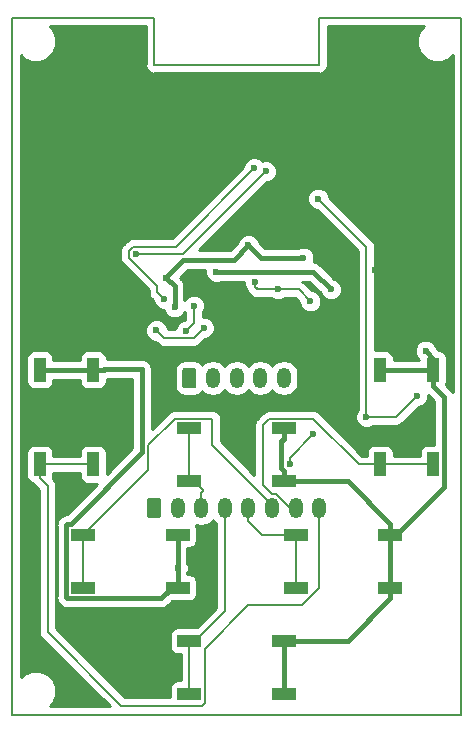
<source format=gbr>
G04 #@! TF.GenerationSoftware,KiCad,Pcbnew,(5.0.2)-1*
G04 #@! TF.CreationDate,2019-04-29T20:54:11+02:00*
G04 #@! TF.ProjectId,TaggerKeypadDisplay,54616767-6572-44b6-9579-706164446973,rev?*
G04 #@! TF.SameCoordinates,Original*
G04 #@! TF.FileFunction,Copper,L2,Bot*
G04 #@! TF.FilePolarity,Positive*
%FSLAX46Y46*%
G04 Gerber Fmt 4.6, Leading zero omitted, Abs format (unit mm)*
G04 Created by KiCad (PCBNEW (5.0.2)-1) date 29.04.2019 20:54:11*
%MOMM*%
%LPD*%
G01*
G04 APERTURE LIST*
G04 #@! TA.AperFunction,NonConductor*
%ADD10C,0.150000*%
G04 #@! TD*
G04 #@! TA.AperFunction,Conductor*
%ADD11C,0.100000*%
G04 #@! TD*
G04 #@! TA.AperFunction,ComponentPad*
%ADD12C,1.200000*%
G04 #@! TD*
G04 #@! TA.AperFunction,ComponentPad*
%ADD13O,1.200000X1.750000*%
G04 #@! TD*
G04 #@! TA.AperFunction,SMDPad,CuDef*
%ADD14R,2.000000X1.000000*%
G04 #@! TD*
G04 #@! TA.AperFunction,SMDPad,CuDef*
%ADD15R,1.000000X2.000000*%
G04 #@! TD*
G04 #@! TA.AperFunction,ViaPad*
%ADD16C,0.600000*%
G04 #@! TD*
G04 #@! TA.AperFunction,Conductor*
%ADD17C,0.400000*%
G04 #@! TD*
G04 #@! TA.AperFunction,Conductor*
%ADD18C,0.200000*%
G04 #@! TD*
G04 #@! TA.AperFunction,Conductor*
%ADD19C,0.254000*%
G04 #@! TD*
G04 APERTURE END LIST*
D10*
X68000000Y-30000000D02*
X56000000Y-30000000D01*
X68000000Y-89000000D02*
X68000000Y-30000000D01*
X30000000Y-89000000D02*
X68000000Y-89000000D01*
X30000000Y-30000000D02*
X30000000Y-89000000D01*
X42000000Y-30000000D02*
X30000000Y-30000000D01*
X42000000Y-34000000D02*
X42000000Y-30000000D01*
X56000000Y-34000000D02*
X42000000Y-34000000D01*
X56000000Y-30000000D02*
X56000000Y-34000000D01*
D11*
G04 #@! TO.N,+5V*
G04 #@! TO.C,J1*
G36*
X42374505Y-70626204D02*
X42398773Y-70629804D01*
X42422572Y-70635765D01*
X42445671Y-70644030D01*
X42467850Y-70654520D01*
X42488893Y-70667132D01*
X42508599Y-70681747D01*
X42526777Y-70698223D01*
X42543253Y-70716401D01*
X42557868Y-70736107D01*
X42570480Y-70757150D01*
X42580970Y-70779329D01*
X42589235Y-70802428D01*
X42595196Y-70826227D01*
X42598796Y-70850495D01*
X42600000Y-70874999D01*
X42600000Y-72125001D01*
X42598796Y-72149505D01*
X42595196Y-72173773D01*
X42589235Y-72197572D01*
X42580970Y-72220671D01*
X42570480Y-72242850D01*
X42557868Y-72263893D01*
X42543253Y-72283599D01*
X42526777Y-72301777D01*
X42508599Y-72318253D01*
X42488893Y-72332868D01*
X42467850Y-72345480D01*
X42445671Y-72355970D01*
X42422572Y-72364235D01*
X42398773Y-72370196D01*
X42374505Y-72373796D01*
X42350001Y-72375000D01*
X41649999Y-72375000D01*
X41625495Y-72373796D01*
X41601227Y-72370196D01*
X41577428Y-72364235D01*
X41554329Y-72355970D01*
X41532150Y-72345480D01*
X41511107Y-72332868D01*
X41491401Y-72318253D01*
X41473223Y-72301777D01*
X41456747Y-72283599D01*
X41442132Y-72263893D01*
X41429520Y-72242850D01*
X41419030Y-72220671D01*
X41410765Y-72197572D01*
X41404804Y-72173773D01*
X41401204Y-72149505D01*
X41400000Y-72125001D01*
X41400000Y-70874999D01*
X41401204Y-70850495D01*
X41404804Y-70826227D01*
X41410765Y-70802428D01*
X41419030Y-70779329D01*
X41429520Y-70757150D01*
X41442132Y-70736107D01*
X41456747Y-70716401D01*
X41473223Y-70698223D01*
X41491401Y-70681747D01*
X41511107Y-70667132D01*
X41532150Y-70654520D01*
X41554329Y-70644030D01*
X41577428Y-70635765D01*
X41601227Y-70629804D01*
X41625495Y-70626204D01*
X41649999Y-70625000D01*
X42350001Y-70625000D01*
X42374505Y-70626204D01*
X42374505Y-70626204D01*
G37*
D12*
G04 #@! TD*
G04 #@! TO.P,J1,1*
G04 #@! TO.N,+5V*
X42000000Y-71500000D03*
D13*
G04 #@! TO.P,J1,2*
G04 #@! TO.N,GND*
X44000000Y-71500000D03*
G04 #@! TO.P,J1,3*
G04 #@! TO.N,key_up*
X46000000Y-71500000D03*
G04 #@! TO.P,J1,4*
G04 #@! TO.N,key_down*
X48000000Y-71500000D03*
G04 #@! TO.P,J1,5*
G04 #@! TO.N,key_left*
X50000000Y-71500000D03*
G04 #@! TO.P,J1,6*
G04 #@! TO.N,key_right*
X52000000Y-71500000D03*
G04 #@! TO.P,J1,7*
G04 #@! TO.N,key_back*
X54000000Y-71500000D03*
G04 #@! TO.P,J1,8*
G04 #@! TO.N,key_enter*
X56000000Y-71500000D03*
G04 #@! TD*
D11*
G04 #@! TO.N,SCK_5V*
G04 #@! TO.C,J2*
G36*
X45374505Y-59626204D02*
X45398773Y-59629804D01*
X45422572Y-59635765D01*
X45445671Y-59644030D01*
X45467850Y-59654520D01*
X45488893Y-59667132D01*
X45508599Y-59681747D01*
X45526777Y-59698223D01*
X45543253Y-59716401D01*
X45557868Y-59736107D01*
X45570480Y-59757150D01*
X45580970Y-59779329D01*
X45589235Y-59802428D01*
X45595196Y-59826227D01*
X45598796Y-59850495D01*
X45600000Y-59874999D01*
X45600000Y-61125001D01*
X45598796Y-61149505D01*
X45595196Y-61173773D01*
X45589235Y-61197572D01*
X45580970Y-61220671D01*
X45570480Y-61242850D01*
X45557868Y-61263893D01*
X45543253Y-61283599D01*
X45526777Y-61301777D01*
X45508599Y-61318253D01*
X45488893Y-61332868D01*
X45467850Y-61345480D01*
X45445671Y-61355970D01*
X45422572Y-61364235D01*
X45398773Y-61370196D01*
X45374505Y-61373796D01*
X45350001Y-61375000D01*
X44649999Y-61375000D01*
X44625495Y-61373796D01*
X44601227Y-61370196D01*
X44577428Y-61364235D01*
X44554329Y-61355970D01*
X44532150Y-61345480D01*
X44511107Y-61332868D01*
X44491401Y-61318253D01*
X44473223Y-61301777D01*
X44456747Y-61283599D01*
X44442132Y-61263893D01*
X44429520Y-61242850D01*
X44419030Y-61220671D01*
X44410765Y-61197572D01*
X44404804Y-61173773D01*
X44401204Y-61149505D01*
X44400000Y-61125001D01*
X44400000Y-59874999D01*
X44401204Y-59850495D01*
X44404804Y-59826227D01*
X44410765Y-59802428D01*
X44419030Y-59779329D01*
X44429520Y-59757150D01*
X44442132Y-59736107D01*
X44456747Y-59716401D01*
X44473223Y-59698223D01*
X44491401Y-59681747D01*
X44511107Y-59667132D01*
X44532150Y-59654520D01*
X44554329Y-59644030D01*
X44577428Y-59635765D01*
X44601227Y-59629804D01*
X44625495Y-59626204D01*
X44649999Y-59625000D01*
X45350001Y-59625000D01*
X45374505Y-59626204D01*
X45374505Y-59626204D01*
G37*
D12*
G04 #@! TD*
G04 #@! TO.P,J2,1*
G04 #@! TO.N,SCK_5V*
X45000000Y-60500000D03*
D13*
G04 #@! TO.P,J2,2*
G04 #@! TO.N,MOSI_5V*
X47000000Y-60500000D03*
G04 #@! TO.P,J2,3*
G04 #@! TO.N,display_reset_5V*
X49000000Y-60500000D03*
G04 #@! TO.P,J2,4*
G04 #@! TO.N,display_dc_5V*
X51000000Y-60500000D03*
G04 #@! TO.P,J2,5*
G04 #@! TO.N,display_cs_5V*
X53000000Y-60500000D03*
G04 #@! TD*
D14*
G04 #@! TO.P,SW1,2*
G04 #@! TO.N,+5V*
X53000000Y-64750000D03*
X53000000Y-69250000D03*
G04 #@! TO.P,SW1,1*
G04 #@! TO.N,key_up*
X45000000Y-64750000D03*
X45000000Y-69250000D03*
G04 #@! TD*
G04 #@! TO.P,SW2,1*
G04 #@! TO.N,key_down*
X45000000Y-87250000D03*
X45000000Y-82750000D03*
G04 #@! TO.P,SW2,2*
G04 #@! TO.N,+5V*
X53000000Y-87250000D03*
X53000000Y-82750000D03*
G04 #@! TD*
G04 #@! TO.P,SW3,2*
G04 #@! TO.N,+5V*
X62000000Y-73750000D03*
X62000000Y-78250000D03*
G04 #@! TO.P,SW3,1*
G04 #@! TO.N,key_left*
X54000000Y-73750000D03*
X54000000Y-78250000D03*
G04 #@! TD*
G04 #@! TO.P,SW4,1*
G04 #@! TO.N,key_right*
X36000000Y-78250000D03*
X36000000Y-73750000D03*
G04 #@! TO.P,SW4,2*
G04 #@! TO.N,+5V*
X44000000Y-78250000D03*
X44000000Y-73750000D03*
G04 #@! TD*
D15*
G04 #@! TO.P,SW5,2*
G04 #@! TO.N,+5V*
X61150000Y-59800000D03*
X65650000Y-59800000D03*
G04 #@! TO.P,SW5,1*
G04 #@! TO.N,key_back*
X61150000Y-67800000D03*
X65650000Y-67800000D03*
G04 #@! TD*
G04 #@! TO.P,SW6,1*
G04 #@! TO.N,key_enter*
X36850000Y-67800000D03*
X32350000Y-67800000D03*
G04 #@! TO.P,SW6,2*
G04 #@! TO.N,+5V*
X36850000Y-59800000D03*
X32350000Y-59800000D03*
G04 #@! TD*
D16*
G04 #@! TO.N,GND*
X38750000Y-45250000D03*
X43750000Y-45250000D03*
X45250000Y-45250000D03*
X60750000Y-51312500D03*
X45350000Y-75600000D03*
X51477711Y-47100000D03*
G04 #@! TO.N,+5V*
X57000000Y-53000000D03*
X47250000Y-51500000D03*
X65000000Y-58200000D03*
X44000000Y-76600000D03*
G04 #@! TO.N,+3V3*
X54650000Y-50300000D03*
X50000000Y-49250000D03*
X43000000Y-52000000D03*
X43750000Y-54500000D03*
G04 #@! TO.N,CS_3.3V*
X52500000Y-53000000D03*
X50600000Y-52400000D03*
X55250000Y-54000000D03*
G04 #@! TO.N,SCK_5V*
X44750000Y-56500000D03*
X45386348Y-54375160D03*
G04 #@! TO.N,display_SJ2*
X55500000Y-65250000D03*
X53500000Y-67750000D03*
G04 #@! TO.N,D1-MOSI-SDA_3.3V*
X46250000Y-56250000D03*
X42220371Y-56474603D03*
X40500000Y-50000000D03*
X51450000Y-43000000D03*
G04 #@! TO.N,D0-SCLK-SCK_3.3V*
X42850000Y-53800000D03*
X50500000Y-42750000D03*
G04 #@! TO.N,Display_IREF*
X55906985Y-45306985D03*
X60000000Y-63800000D03*
X64300000Y-62000000D03*
G04 #@! TD*
D17*
G04 #@! TO.N,+5V*
X55500000Y-51500000D02*
X57000000Y-53000000D01*
X47250000Y-51500000D02*
X55500000Y-51500000D01*
X62000000Y-74650000D02*
X62000000Y-78250000D01*
X62000000Y-73750000D02*
X62000000Y-74650000D01*
X53000000Y-65650000D02*
X53000000Y-64750000D01*
X52799999Y-65850001D02*
X53000000Y-65650000D01*
X52799999Y-68149999D02*
X52799999Y-65850001D01*
X53000000Y-68350000D02*
X52799999Y-68149999D01*
X53000000Y-69250000D02*
X53000000Y-68350000D01*
X53000000Y-82750000D02*
X53000000Y-87250000D01*
X62000000Y-79150000D02*
X62000000Y-78250000D01*
X58400000Y-82750000D02*
X62000000Y-79150000D01*
X53000000Y-82750000D02*
X58400000Y-82750000D01*
X44000000Y-74650000D02*
X44000000Y-76600000D01*
X44000000Y-73750000D02*
X44000000Y-74650000D01*
X44000000Y-76600000D02*
X44000000Y-78250000D01*
X54400000Y-69250000D02*
X53000000Y-69250000D01*
X58400000Y-69250000D02*
X54400000Y-69250000D01*
X62000000Y-72850000D02*
X58400000Y-69250000D01*
X62000000Y-73750000D02*
X62000000Y-72850000D01*
X65650000Y-58850000D02*
X65000000Y-58200000D01*
X65650000Y-59800000D02*
X65650000Y-58850000D01*
X65650000Y-59800000D02*
X61150000Y-59800000D01*
X62500000Y-73750000D02*
X62000000Y-73750000D01*
X66550001Y-69699999D02*
X62500000Y-73750000D01*
X66550001Y-62100001D02*
X66550001Y-69699999D01*
X65650000Y-61200000D02*
X66550001Y-62100001D01*
X65650000Y-59800000D02*
X65650000Y-61200000D01*
X33250000Y-59800000D02*
X36850000Y-59800000D01*
X32350000Y-59800000D02*
X33250000Y-59800000D01*
X43500000Y-78250000D02*
X44000000Y-78250000D01*
X34679999Y-79150001D02*
X42599999Y-79150001D01*
X34599999Y-79070001D02*
X34679999Y-79150001D01*
X42599999Y-79150001D02*
X43500000Y-78250000D01*
X34599999Y-72929999D02*
X34599999Y-79070001D01*
X34679999Y-72849999D02*
X34599999Y-72929999D01*
X36850000Y-59800000D02*
X37750000Y-59800000D01*
X37750000Y-59800000D02*
X37800000Y-59750000D01*
X37800000Y-59750000D02*
X41000000Y-59750000D01*
X41000000Y-59750000D02*
X41000000Y-66800000D01*
X41000000Y-66800000D02*
X34950001Y-72849999D01*
X34950001Y-72849999D02*
X34679999Y-72849999D01*
G04 #@! TO.N,+3V3*
X54650000Y-50300000D02*
X51050000Y-50300000D01*
X51050000Y-50300000D02*
X50000000Y-49250000D01*
X43000000Y-52000000D02*
X43750000Y-52750000D01*
X43750000Y-52750000D02*
X43750000Y-54500000D01*
X43299999Y-51700001D02*
X43000000Y-52000000D01*
X44499992Y-50500008D02*
X43299999Y-51700001D01*
X48749992Y-50500008D02*
X44499992Y-50500008D01*
X50000000Y-49250000D02*
X48749992Y-50500008D01*
D18*
G04 #@! TO.N,CS_3.3V*
X54250000Y-53000000D02*
X52500000Y-53000000D01*
X55250000Y-54000000D02*
X54250000Y-53000000D01*
X50800000Y-53000000D02*
X50750000Y-53000000D01*
X50775736Y-53000000D02*
X50800000Y-53000000D01*
X50600000Y-52400000D02*
X50600000Y-52824264D01*
X50600000Y-52824264D02*
X50775736Y-53000000D01*
X52500000Y-53000000D02*
X50800000Y-53000000D01*
G04 #@! TO.N,key_up*
X45500000Y-69250000D02*
X45000000Y-69250000D01*
X46200000Y-69950000D02*
X45500000Y-69250000D01*
X46200000Y-70050000D02*
X46200000Y-69950000D01*
X46000000Y-70250000D02*
X46200000Y-70050000D01*
X46000000Y-71500000D02*
X46000000Y-70250000D01*
X45000000Y-69250000D02*
X45000000Y-64750000D01*
G04 #@! TO.N,key_down*
X45500000Y-82750000D02*
X45000000Y-82750000D01*
X48000000Y-80250000D02*
X45500000Y-82750000D01*
X48000000Y-71500000D02*
X48000000Y-80250000D01*
X45000000Y-82750000D02*
X45000000Y-87250000D01*
G04 #@! TO.N,key_left*
X52800000Y-73750000D02*
X54000000Y-73750000D01*
X51175000Y-73750000D02*
X52800000Y-73750000D01*
X50000000Y-72575000D02*
X51175000Y-73750000D01*
X50000000Y-71500000D02*
X50000000Y-72575000D01*
X54000000Y-74450000D02*
X54000000Y-78250000D01*
X54000000Y-73750000D02*
X54000000Y-74450000D01*
G04 #@! TO.N,key_right*
X36000000Y-78250000D02*
X36000000Y-73750000D01*
X46949999Y-66174999D02*
X52000000Y-71225000D01*
X41500011Y-68249989D02*
X41500011Y-66209987D01*
X46949999Y-63949999D02*
X46949999Y-66174999D01*
X43759999Y-63949999D02*
X46949999Y-63949999D01*
X36000000Y-73750000D02*
X41500011Y-68249989D01*
X52000000Y-71225000D02*
X52000000Y-71500000D01*
X41500011Y-66209987D02*
X43759999Y-63949999D01*
G04 #@! TO.N,key_back*
X64950000Y-67800000D02*
X61150000Y-67800000D01*
X65650000Y-67800000D02*
X64950000Y-67800000D01*
X59350000Y-67800000D02*
X61150000Y-67800000D01*
X55499999Y-63949999D02*
X59350000Y-67800000D01*
X51759999Y-63949999D02*
X55499999Y-63949999D01*
X53547806Y-71500000D02*
X52372796Y-70324990D01*
X54000000Y-71500000D02*
X53547806Y-71500000D01*
X52372796Y-70324990D02*
X52034988Y-70324990D01*
X52034988Y-70324990D02*
X51250000Y-69540002D01*
X51250000Y-69540002D02*
X51250000Y-64459998D01*
X51250000Y-64459998D02*
X51759999Y-63949999D01*
G04 #@! TO.N,key_enter*
X56000000Y-78290002D02*
X54540002Y-79750000D01*
X56000000Y-71500000D02*
X56000000Y-78290002D01*
X54540002Y-79750000D02*
X50000000Y-79750000D01*
X46300001Y-87990001D02*
X46040002Y-88250000D01*
X50000000Y-79750000D02*
X46300001Y-83449999D01*
X46300001Y-83449999D02*
X46300001Y-87990001D01*
X46040002Y-88250000D02*
X39250000Y-88250000D01*
X39250000Y-88250000D02*
X33000000Y-82000000D01*
X36150000Y-67800000D02*
X32350000Y-67800000D01*
X36850000Y-67800000D02*
X36150000Y-67800000D01*
X33000000Y-69650000D02*
X33000000Y-82000000D01*
X32350000Y-69000000D02*
X33000000Y-69650000D01*
X32350000Y-67800000D02*
X32350000Y-69000000D01*
G04 #@! TO.N,SCK_5V*
X44750000Y-56500000D02*
X45386348Y-55863652D01*
X45386348Y-55863652D02*
X45386348Y-54375160D01*
G04 #@! TO.N,display_SJ2*
X55500000Y-65250000D02*
X53500000Y-67250000D01*
X53500000Y-67250000D02*
X53500000Y-67750000D01*
G04 #@! TO.N,D1-MOSI-SDA_3.3V*
X42845769Y-57100001D02*
X42220371Y-56474603D01*
X46250000Y-56250000D02*
X45399999Y-57100001D01*
X45399999Y-57100001D02*
X42845769Y-57100001D01*
X40500000Y-50000000D02*
X44450000Y-50000000D01*
X44450000Y-50000000D02*
X51450000Y-43000000D01*
G04 #@! TO.N,D0-SCLK-SCK_3.3V*
X50500000Y-42750000D02*
X43850001Y-49399999D01*
X40211999Y-49399999D02*
X39899999Y-49711999D01*
X43850001Y-49399999D02*
X40211999Y-49399999D01*
X42300002Y-52750000D02*
X42300002Y-53250002D01*
X39899999Y-50349997D02*
X42300002Y-52750000D01*
X42300002Y-53250002D02*
X42850000Y-53800000D01*
X39899999Y-49711999D02*
X39899999Y-50349997D01*
G04 #@! TO.N,Display_IREF*
X55906985Y-45306985D02*
X60000000Y-49400000D01*
X60000000Y-49400000D02*
X60000000Y-63800000D01*
X60000000Y-63800000D02*
X62500000Y-63800000D01*
X62500000Y-63800000D02*
X64300000Y-62000000D01*
G04 #@! TD*
D19*
G04 #@! TO.N,GND*
G36*
X41290000Y-33930074D02*
X41276091Y-34000000D01*
X41331195Y-34277028D01*
X41488119Y-34511881D01*
X41722972Y-34668805D01*
X42000000Y-34723909D01*
X42069925Y-34710000D01*
X55930075Y-34710000D01*
X56000000Y-34723909D01*
X56277028Y-34668805D01*
X56511881Y-34511881D01*
X56668805Y-34277028D01*
X56710000Y-34069926D01*
X56710000Y-34069925D01*
X56723909Y-34000000D01*
X56710000Y-33930074D01*
X56710000Y-30710000D01*
X64836339Y-30710000D01*
X64529138Y-31017201D01*
X64265000Y-31654887D01*
X64265000Y-32345113D01*
X64529138Y-32982799D01*
X65017201Y-33470862D01*
X65654887Y-33735000D01*
X66345113Y-33735000D01*
X66982799Y-33470862D01*
X67290001Y-33163660D01*
X67290000Y-61704529D01*
X67152002Y-61498000D01*
X67082284Y-61451416D01*
X66720309Y-61089442D01*
X66748157Y-61047765D01*
X66797440Y-60800000D01*
X66797440Y-58800000D01*
X66748157Y-58552235D01*
X66607809Y-58342191D01*
X66397765Y-58201843D01*
X66150000Y-58152560D01*
X66133428Y-58152560D01*
X65892655Y-57911788D01*
X65792655Y-57670365D01*
X65529635Y-57407345D01*
X65185983Y-57265000D01*
X64814017Y-57265000D01*
X64470365Y-57407345D01*
X64207345Y-57670365D01*
X64065000Y-58014017D01*
X64065000Y-58385983D01*
X64207345Y-58729635D01*
X64442710Y-58965000D01*
X62297440Y-58965000D01*
X62297440Y-58800000D01*
X62248157Y-58552235D01*
X62107809Y-58342191D01*
X61897765Y-58201843D01*
X61650000Y-58152560D01*
X60735000Y-58152560D01*
X60735000Y-49472383D01*
X60749398Y-49399999D01*
X60735000Y-49327613D01*
X60735000Y-49327612D01*
X60692354Y-49113217D01*
X60529905Y-48870095D01*
X60468538Y-48829091D01*
X56841985Y-45202539D01*
X56841985Y-45121002D01*
X56699640Y-44777350D01*
X56436620Y-44514330D01*
X56092968Y-44371985D01*
X55721002Y-44371985D01*
X55377350Y-44514330D01*
X55114330Y-44777350D01*
X54971985Y-45121002D01*
X54971985Y-45492968D01*
X55114330Y-45836620D01*
X55377350Y-46099640D01*
X55721002Y-46241985D01*
X55802539Y-46241985D01*
X59265000Y-49704447D01*
X59265001Y-63212709D01*
X59207345Y-63270365D01*
X59065000Y-63614017D01*
X59065000Y-63985983D01*
X59207345Y-64329635D01*
X59470365Y-64592655D01*
X59814017Y-64735000D01*
X60185983Y-64735000D01*
X60529635Y-64592655D01*
X60587290Y-64535000D01*
X62427616Y-64535000D01*
X62500000Y-64549398D01*
X62572384Y-64535000D01*
X62572388Y-64535000D01*
X62786783Y-64492354D01*
X63029905Y-64329905D01*
X63070911Y-64268535D01*
X64404447Y-62935000D01*
X64485983Y-62935000D01*
X64829635Y-62792655D01*
X65092655Y-62529635D01*
X65235000Y-62185983D01*
X65235000Y-61965867D01*
X65715001Y-62445869D01*
X65715002Y-66152560D01*
X65150000Y-66152560D01*
X64902235Y-66201843D01*
X64692191Y-66342191D01*
X64551843Y-66552235D01*
X64502560Y-66800000D01*
X64502560Y-67065000D01*
X62297440Y-67065000D01*
X62297440Y-66800000D01*
X62248157Y-66552235D01*
X62107809Y-66342191D01*
X61897765Y-66201843D01*
X61650000Y-66152560D01*
X60650000Y-66152560D01*
X60402235Y-66201843D01*
X60192191Y-66342191D01*
X60051843Y-66552235D01*
X60002560Y-66800000D01*
X60002560Y-67065000D01*
X59654447Y-67065000D01*
X56070910Y-63481464D01*
X56029904Y-63420094D01*
X55786782Y-63257645D01*
X55572387Y-63214999D01*
X55572383Y-63214999D01*
X55499999Y-63200601D01*
X55427615Y-63214999D01*
X51832387Y-63214999D01*
X51759999Y-63200600D01*
X51687611Y-63214999D01*
X51473216Y-63257645D01*
X51230094Y-63420094D01*
X51189089Y-63481462D01*
X50781463Y-63889089D01*
X50720096Y-63930093D01*
X50679092Y-63991460D01*
X50679091Y-63991461D01*
X50557646Y-64173216D01*
X50500602Y-64459998D01*
X50515001Y-64532387D01*
X50515000Y-68700554D01*
X47684999Y-65870553D01*
X47684999Y-64022387D01*
X47699398Y-63949999D01*
X47642353Y-63663216D01*
X47479904Y-63420094D01*
X47236782Y-63257645D01*
X47022387Y-63214999D01*
X46949999Y-63200600D01*
X46877611Y-63214999D01*
X43832387Y-63214999D01*
X43759999Y-63200600D01*
X43687611Y-63214999D01*
X43473216Y-63257645D01*
X43230094Y-63420094D01*
X43189090Y-63481462D01*
X41835000Y-64835552D01*
X41835000Y-59874999D01*
X43752560Y-59874999D01*
X43752560Y-61125001D01*
X43820873Y-61468436D01*
X44015414Y-61759586D01*
X44306564Y-61954127D01*
X44649999Y-62022440D01*
X45350001Y-62022440D01*
X45693436Y-61954127D01*
X45984586Y-61759586D01*
X46078573Y-61618926D01*
X46109616Y-61665385D01*
X46518128Y-61938344D01*
X47000000Y-62034195D01*
X47481873Y-61938344D01*
X47890385Y-61665385D01*
X48000000Y-61501334D01*
X48109616Y-61665385D01*
X48518128Y-61938344D01*
X49000000Y-62034195D01*
X49481873Y-61938344D01*
X49890385Y-61665385D01*
X50000000Y-61501334D01*
X50109616Y-61665385D01*
X50518128Y-61938344D01*
X51000000Y-62034195D01*
X51481873Y-61938344D01*
X51890385Y-61665385D01*
X52000000Y-61501334D01*
X52109616Y-61665385D01*
X52518128Y-61938344D01*
X53000000Y-62034195D01*
X53481873Y-61938344D01*
X53890385Y-61665385D01*
X54163344Y-61256872D01*
X54235000Y-60896635D01*
X54235000Y-60103364D01*
X54163344Y-59743127D01*
X53890385Y-59334615D01*
X53481872Y-59061656D01*
X53000000Y-58965805D01*
X52518127Y-59061656D01*
X52109615Y-59334615D01*
X52000000Y-59498666D01*
X51890385Y-59334615D01*
X51481872Y-59061656D01*
X51000000Y-58965805D01*
X50518127Y-59061656D01*
X50109615Y-59334615D01*
X50000000Y-59498666D01*
X49890385Y-59334615D01*
X49481872Y-59061656D01*
X49000000Y-58965805D01*
X48518127Y-59061656D01*
X48109615Y-59334615D01*
X48000000Y-59498666D01*
X47890385Y-59334615D01*
X47481872Y-59061656D01*
X47000000Y-58965805D01*
X46518127Y-59061656D01*
X46109615Y-59334615D01*
X46078572Y-59381074D01*
X45984586Y-59240414D01*
X45693436Y-59045873D01*
X45350001Y-58977560D01*
X44649999Y-58977560D01*
X44306564Y-59045873D01*
X44015414Y-59240414D01*
X43820873Y-59531564D01*
X43752560Y-59874999D01*
X41835000Y-59874999D01*
X41835000Y-59832237D01*
X41851358Y-59750000D01*
X41786552Y-59424199D01*
X41602001Y-59147999D01*
X41325801Y-58963448D01*
X41082237Y-58915000D01*
X41000000Y-58898642D01*
X40917763Y-58915000D01*
X37997440Y-58915000D01*
X37997440Y-58800000D01*
X37948157Y-58552235D01*
X37807809Y-58342191D01*
X37597765Y-58201843D01*
X37350000Y-58152560D01*
X36350000Y-58152560D01*
X36102235Y-58201843D01*
X35892191Y-58342191D01*
X35751843Y-58552235D01*
X35702560Y-58800000D01*
X35702560Y-58965000D01*
X33497440Y-58965000D01*
X33497440Y-58800000D01*
X33448157Y-58552235D01*
X33307809Y-58342191D01*
X33097765Y-58201843D01*
X32850000Y-58152560D01*
X31850000Y-58152560D01*
X31602235Y-58201843D01*
X31392191Y-58342191D01*
X31251843Y-58552235D01*
X31202560Y-58800000D01*
X31202560Y-60800000D01*
X31251843Y-61047765D01*
X31392191Y-61257809D01*
X31602235Y-61398157D01*
X31850000Y-61447440D01*
X32850000Y-61447440D01*
X33097765Y-61398157D01*
X33307809Y-61257809D01*
X33448157Y-61047765D01*
X33497440Y-60800000D01*
X33497440Y-60635000D01*
X35702560Y-60635000D01*
X35702560Y-60800000D01*
X35751843Y-61047765D01*
X35892191Y-61257809D01*
X36102235Y-61398157D01*
X36350000Y-61447440D01*
X37350000Y-61447440D01*
X37597765Y-61398157D01*
X37807809Y-61257809D01*
X37948157Y-61047765D01*
X37997440Y-60800000D01*
X37997440Y-60602139D01*
X38075801Y-60586552D01*
X38078124Y-60585000D01*
X40165000Y-60585000D01*
X40165001Y-66454131D01*
X37997440Y-68621692D01*
X37997440Y-66800000D01*
X37948157Y-66552235D01*
X37807809Y-66342191D01*
X37597765Y-66201843D01*
X37350000Y-66152560D01*
X36350000Y-66152560D01*
X36102235Y-66201843D01*
X35892191Y-66342191D01*
X35751843Y-66552235D01*
X35702560Y-66800000D01*
X35702560Y-67065000D01*
X33497440Y-67065000D01*
X33497440Y-66800000D01*
X33448157Y-66552235D01*
X33307809Y-66342191D01*
X33097765Y-66201843D01*
X32850000Y-66152560D01*
X31850000Y-66152560D01*
X31602235Y-66201843D01*
X31392191Y-66342191D01*
X31251843Y-66552235D01*
X31202560Y-66800000D01*
X31202560Y-68800000D01*
X31251843Y-69047765D01*
X31392191Y-69257809D01*
X31602235Y-69398157D01*
X31751965Y-69427940D01*
X31779091Y-69468537D01*
X31820096Y-69529905D01*
X31881463Y-69570909D01*
X32265000Y-69954447D01*
X32265001Y-81927611D01*
X32250602Y-82000000D01*
X32307646Y-82286782D01*
X32307647Y-82286783D01*
X32470096Y-82529905D01*
X32531463Y-82570909D01*
X38250553Y-88290000D01*
X33163661Y-88290000D01*
X33470862Y-87982799D01*
X33735000Y-87345113D01*
X33735000Y-86654887D01*
X33470862Y-86017201D01*
X32982799Y-85529138D01*
X32345113Y-85265000D01*
X31654887Y-85265000D01*
X31017201Y-85529138D01*
X30710000Y-85836339D01*
X30710000Y-49711999D01*
X39150601Y-49711999D01*
X39164999Y-49784383D01*
X39164999Y-50277613D01*
X39150601Y-50349997D01*
X39164999Y-50422381D01*
X39164999Y-50422385D01*
X39207645Y-50636780D01*
X39370095Y-50879902D01*
X39431462Y-50920906D01*
X41565002Y-53054447D01*
X41565002Y-53177618D01*
X41550604Y-53250002D01*
X41565002Y-53322386D01*
X41565002Y-53322390D01*
X41607648Y-53536785D01*
X41770098Y-53779907D01*
X41831465Y-53820911D01*
X41915000Y-53904446D01*
X41915000Y-53985983D01*
X42057345Y-54329635D01*
X42320365Y-54592655D01*
X42664017Y-54735000D01*
X42835303Y-54735000D01*
X42957345Y-55029635D01*
X43220365Y-55292655D01*
X43564017Y-55435000D01*
X43935983Y-55435000D01*
X44279635Y-55292655D01*
X44542655Y-55029635D01*
X44594168Y-54905270D01*
X44651349Y-54962451D01*
X44651348Y-55559205D01*
X44645553Y-55565000D01*
X44564017Y-55565000D01*
X44220365Y-55707345D01*
X43957345Y-55970365D01*
X43815000Y-56314017D01*
X43815000Y-56365001D01*
X43155371Y-56365001D01*
X43155371Y-56288620D01*
X43013026Y-55944968D01*
X42750006Y-55681948D01*
X42406354Y-55539603D01*
X42034388Y-55539603D01*
X41690736Y-55681948D01*
X41427716Y-55944968D01*
X41285371Y-56288620D01*
X41285371Y-56660586D01*
X41427716Y-57004238D01*
X41690736Y-57267258D01*
X42034388Y-57409603D01*
X42115924Y-57409603D01*
X42274859Y-57568538D01*
X42315864Y-57629906D01*
X42558986Y-57792355D01*
X42773381Y-57835001D01*
X42773384Y-57835001D01*
X42845768Y-57849399D01*
X42918152Y-57835001D01*
X45327615Y-57835001D01*
X45399999Y-57849399D01*
X45472383Y-57835001D01*
X45472387Y-57835001D01*
X45686782Y-57792355D01*
X45929904Y-57629906D01*
X45970910Y-57568536D01*
X46354447Y-57185000D01*
X46435983Y-57185000D01*
X46779635Y-57042655D01*
X47042655Y-56779635D01*
X47185000Y-56435983D01*
X47185000Y-56064017D01*
X47042655Y-55720365D01*
X46779635Y-55457345D01*
X46435983Y-55315000D01*
X46121348Y-55315000D01*
X46121348Y-54962450D01*
X46179003Y-54904795D01*
X46321348Y-54561143D01*
X46321348Y-54189177D01*
X46179003Y-53845525D01*
X45915983Y-53582505D01*
X45572331Y-53440160D01*
X45200365Y-53440160D01*
X44856713Y-53582505D01*
X44593693Y-53845525D01*
X44585000Y-53866512D01*
X44585000Y-52832232D01*
X44601357Y-52749999D01*
X44585000Y-52667764D01*
X44585000Y-52667763D01*
X44536552Y-52424199D01*
X44352001Y-52147999D01*
X44282283Y-52101415D01*
X44180868Y-52000000D01*
X44845861Y-51335008D01*
X46315000Y-51335008D01*
X46315000Y-51685983D01*
X46457345Y-52029635D01*
X46720365Y-52292655D01*
X47064017Y-52435000D01*
X47435983Y-52435000D01*
X47677405Y-52335000D01*
X49665000Y-52335000D01*
X49665000Y-52585983D01*
X49807345Y-52929635D01*
X49887506Y-53009796D01*
X49907646Y-53111047D01*
X50070096Y-53354169D01*
X50128946Y-53393492D01*
X50220095Y-53529905D01*
X50463217Y-53692354D01*
X50677612Y-53735000D01*
X50703351Y-53735000D01*
X50775735Y-53749398D01*
X50848119Y-53735000D01*
X51912710Y-53735000D01*
X51970365Y-53792655D01*
X52314017Y-53935000D01*
X52685983Y-53935000D01*
X53029635Y-53792655D01*
X53087290Y-53735000D01*
X53945554Y-53735000D01*
X54315000Y-54104447D01*
X54315000Y-54185983D01*
X54457345Y-54529635D01*
X54720365Y-54792655D01*
X55064017Y-54935000D01*
X55435983Y-54935000D01*
X55779635Y-54792655D01*
X56042655Y-54529635D01*
X56185000Y-54185983D01*
X56185000Y-53814017D01*
X56042655Y-53470365D01*
X55779635Y-53207345D01*
X55435983Y-53065000D01*
X55354447Y-53065000D01*
X54820911Y-52531465D01*
X54779905Y-52470095D01*
X54577721Y-52335000D01*
X55154133Y-52335000D01*
X56107345Y-53288214D01*
X56207345Y-53529635D01*
X56470365Y-53792655D01*
X56814017Y-53935000D01*
X57185983Y-53935000D01*
X57529635Y-53792655D01*
X57792655Y-53529635D01*
X57935000Y-53185983D01*
X57935000Y-52814017D01*
X57792655Y-52470365D01*
X57529635Y-52207345D01*
X57288214Y-52107345D01*
X56148587Y-50967720D01*
X56102001Y-50897999D01*
X55825801Y-50713448D01*
X55582237Y-50665000D01*
X55582233Y-50665000D01*
X55516283Y-50651882D01*
X55585000Y-50485983D01*
X55585000Y-50114017D01*
X55442655Y-49770365D01*
X55179635Y-49507345D01*
X54835983Y-49365000D01*
X54464017Y-49365000D01*
X54222595Y-49465000D01*
X51395868Y-49465000D01*
X50892656Y-48961788D01*
X50792655Y-48720365D01*
X50529635Y-48457345D01*
X50185983Y-48315000D01*
X49814017Y-48315000D01*
X49470365Y-48457345D01*
X49207345Y-48720365D01*
X49107345Y-48961786D01*
X48404125Y-49665008D01*
X45824438Y-49665008D01*
X51554447Y-43935000D01*
X51635983Y-43935000D01*
X51979635Y-43792655D01*
X52242655Y-43529635D01*
X52385000Y-43185983D01*
X52385000Y-42814017D01*
X52242655Y-42470365D01*
X51979635Y-42207345D01*
X51635983Y-42065000D01*
X51264017Y-42065000D01*
X51174407Y-42102117D01*
X51029635Y-41957345D01*
X50685983Y-41815000D01*
X50314017Y-41815000D01*
X49970365Y-41957345D01*
X49707345Y-42220365D01*
X49565000Y-42564017D01*
X49565000Y-42645553D01*
X43545555Y-48664999D01*
X40284387Y-48664999D01*
X40211999Y-48650600D01*
X40139611Y-48664999D01*
X39925216Y-48707645D01*
X39682094Y-48870094D01*
X39641088Y-48931464D01*
X39431464Y-49141088D01*
X39370094Y-49182094D01*
X39207645Y-49425217D01*
X39164999Y-49639612D01*
X39164999Y-49639615D01*
X39150601Y-49711999D01*
X30710000Y-49711999D01*
X30710000Y-33163661D01*
X31017201Y-33470862D01*
X31654887Y-33735000D01*
X32345113Y-33735000D01*
X32982799Y-33470862D01*
X33470862Y-32982799D01*
X33735000Y-32345113D01*
X33735000Y-31654887D01*
X33470862Y-31017201D01*
X33163661Y-30710000D01*
X41290001Y-30710000D01*
X41290000Y-33930074D01*
X41290000Y-33930074D01*
G37*
X41290000Y-33930074D02*
X41276091Y-34000000D01*
X41331195Y-34277028D01*
X41488119Y-34511881D01*
X41722972Y-34668805D01*
X42000000Y-34723909D01*
X42069925Y-34710000D01*
X55930075Y-34710000D01*
X56000000Y-34723909D01*
X56277028Y-34668805D01*
X56511881Y-34511881D01*
X56668805Y-34277028D01*
X56710000Y-34069926D01*
X56710000Y-34069925D01*
X56723909Y-34000000D01*
X56710000Y-33930074D01*
X56710000Y-30710000D01*
X64836339Y-30710000D01*
X64529138Y-31017201D01*
X64265000Y-31654887D01*
X64265000Y-32345113D01*
X64529138Y-32982799D01*
X65017201Y-33470862D01*
X65654887Y-33735000D01*
X66345113Y-33735000D01*
X66982799Y-33470862D01*
X67290001Y-33163660D01*
X67290000Y-61704529D01*
X67152002Y-61498000D01*
X67082284Y-61451416D01*
X66720309Y-61089442D01*
X66748157Y-61047765D01*
X66797440Y-60800000D01*
X66797440Y-58800000D01*
X66748157Y-58552235D01*
X66607809Y-58342191D01*
X66397765Y-58201843D01*
X66150000Y-58152560D01*
X66133428Y-58152560D01*
X65892655Y-57911788D01*
X65792655Y-57670365D01*
X65529635Y-57407345D01*
X65185983Y-57265000D01*
X64814017Y-57265000D01*
X64470365Y-57407345D01*
X64207345Y-57670365D01*
X64065000Y-58014017D01*
X64065000Y-58385983D01*
X64207345Y-58729635D01*
X64442710Y-58965000D01*
X62297440Y-58965000D01*
X62297440Y-58800000D01*
X62248157Y-58552235D01*
X62107809Y-58342191D01*
X61897765Y-58201843D01*
X61650000Y-58152560D01*
X60735000Y-58152560D01*
X60735000Y-49472383D01*
X60749398Y-49399999D01*
X60735000Y-49327613D01*
X60735000Y-49327612D01*
X60692354Y-49113217D01*
X60529905Y-48870095D01*
X60468538Y-48829091D01*
X56841985Y-45202539D01*
X56841985Y-45121002D01*
X56699640Y-44777350D01*
X56436620Y-44514330D01*
X56092968Y-44371985D01*
X55721002Y-44371985D01*
X55377350Y-44514330D01*
X55114330Y-44777350D01*
X54971985Y-45121002D01*
X54971985Y-45492968D01*
X55114330Y-45836620D01*
X55377350Y-46099640D01*
X55721002Y-46241985D01*
X55802539Y-46241985D01*
X59265000Y-49704447D01*
X59265001Y-63212709D01*
X59207345Y-63270365D01*
X59065000Y-63614017D01*
X59065000Y-63985983D01*
X59207345Y-64329635D01*
X59470365Y-64592655D01*
X59814017Y-64735000D01*
X60185983Y-64735000D01*
X60529635Y-64592655D01*
X60587290Y-64535000D01*
X62427616Y-64535000D01*
X62500000Y-64549398D01*
X62572384Y-64535000D01*
X62572388Y-64535000D01*
X62786783Y-64492354D01*
X63029905Y-64329905D01*
X63070911Y-64268535D01*
X64404447Y-62935000D01*
X64485983Y-62935000D01*
X64829635Y-62792655D01*
X65092655Y-62529635D01*
X65235000Y-62185983D01*
X65235000Y-61965867D01*
X65715001Y-62445869D01*
X65715002Y-66152560D01*
X65150000Y-66152560D01*
X64902235Y-66201843D01*
X64692191Y-66342191D01*
X64551843Y-66552235D01*
X64502560Y-66800000D01*
X64502560Y-67065000D01*
X62297440Y-67065000D01*
X62297440Y-66800000D01*
X62248157Y-66552235D01*
X62107809Y-66342191D01*
X61897765Y-66201843D01*
X61650000Y-66152560D01*
X60650000Y-66152560D01*
X60402235Y-66201843D01*
X60192191Y-66342191D01*
X60051843Y-66552235D01*
X60002560Y-66800000D01*
X60002560Y-67065000D01*
X59654447Y-67065000D01*
X56070910Y-63481464D01*
X56029904Y-63420094D01*
X55786782Y-63257645D01*
X55572387Y-63214999D01*
X55572383Y-63214999D01*
X55499999Y-63200601D01*
X55427615Y-63214999D01*
X51832387Y-63214999D01*
X51759999Y-63200600D01*
X51687611Y-63214999D01*
X51473216Y-63257645D01*
X51230094Y-63420094D01*
X51189089Y-63481462D01*
X50781463Y-63889089D01*
X50720096Y-63930093D01*
X50679092Y-63991460D01*
X50679091Y-63991461D01*
X50557646Y-64173216D01*
X50500602Y-64459998D01*
X50515001Y-64532387D01*
X50515000Y-68700554D01*
X47684999Y-65870553D01*
X47684999Y-64022387D01*
X47699398Y-63949999D01*
X47642353Y-63663216D01*
X47479904Y-63420094D01*
X47236782Y-63257645D01*
X47022387Y-63214999D01*
X46949999Y-63200600D01*
X46877611Y-63214999D01*
X43832387Y-63214999D01*
X43759999Y-63200600D01*
X43687611Y-63214999D01*
X43473216Y-63257645D01*
X43230094Y-63420094D01*
X43189090Y-63481462D01*
X41835000Y-64835552D01*
X41835000Y-59874999D01*
X43752560Y-59874999D01*
X43752560Y-61125001D01*
X43820873Y-61468436D01*
X44015414Y-61759586D01*
X44306564Y-61954127D01*
X44649999Y-62022440D01*
X45350001Y-62022440D01*
X45693436Y-61954127D01*
X45984586Y-61759586D01*
X46078573Y-61618926D01*
X46109616Y-61665385D01*
X46518128Y-61938344D01*
X47000000Y-62034195D01*
X47481873Y-61938344D01*
X47890385Y-61665385D01*
X48000000Y-61501334D01*
X48109616Y-61665385D01*
X48518128Y-61938344D01*
X49000000Y-62034195D01*
X49481873Y-61938344D01*
X49890385Y-61665385D01*
X50000000Y-61501334D01*
X50109616Y-61665385D01*
X50518128Y-61938344D01*
X51000000Y-62034195D01*
X51481873Y-61938344D01*
X51890385Y-61665385D01*
X52000000Y-61501334D01*
X52109616Y-61665385D01*
X52518128Y-61938344D01*
X53000000Y-62034195D01*
X53481873Y-61938344D01*
X53890385Y-61665385D01*
X54163344Y-61256872D01*
X54235000Y-60896635D01*
X54235000Y-60103364D01*
X54163344Y-59743127D01*
X53890385Y-59334615D01*
X53481872Y-59061656D01*
X53000000Y-58965805D01*
X52518127Y-59061656D01*
X52109615Y-59334615D01*
X52000000Y-59498666D01*
X51890385Y-59334615D01*
X51481872Y-59061656D01*
X51000000Y-58965805D01*
X50518127Y-59061656D01*
X50109615Y-59334615D01*
X50000000Y-59498666D01*
X49890385Y-59334615D01*
X49481872Y-59061656D01*
X49000000Y-58965805D01*
X48518127Y-59061656D01*
X48109615Y-59334615D01*
X48000000Y-59498666D01*
X47890385Y-59334615D01*
X47481872Y-59061656D01*
X47000000Y-58965805D01*
X46518127Y-59061656D01*
X46109615Y-59334615D01*
X46078572Y-59381074D01*
X45984586Y-59240414D01*
X45693436Y-59045873D01*
X45350001Y-58977560D01*
X44649999Y-58977560D01*
X44306564Y-59045873D01*
X44015414Y-59240414D01*
X43820873Y-59531564D01*
X43752560Y-59874999D01*
X41835000Y-59874999D01*
X41835000Y-59832237D01*
X41851358Y-59750000D01*
X41786552Y-59424199D01*
X41602001Y-59147999D01*
X41325801Y-58963448D01*
X41082237Y-58915000D01*
X41000000Y-58898642D01*
X40917763Y-58915000D01*
X37997440Y-58915000D01*
X37997440Y-58800000D01*
X37948157Y-58552235D01*
X37807809Y-58342191D01*
X37597765Y-58201843D01*
X37350000Y-58152560D01*
X36350000Y-58152560D01*
X36102235Y-58201843D01*
X35892191Y-58342191D01*
X35751843Y-58552235D01*
X35702560Y-58800000D01*
X35702560Y-58965000D01*
X33497440Y-58965000D01*
X33497440Y-58800000D01*
X33448157Y-58552235D01*
X33307809Y-58342191D01*
X33097765Y-58201843D01*
X32850000Y-58152560D01*
X31850000Y-58152560D01*
X31602235Y-58201843D01*
X31392191Y-58342191D01*
X31251843Y-58552235D01*
X31202560Y-58800000D01*
X31202560Y-60800000D01*
X31251843Y-61047765D01*
X31392191Y-61257809D01*
X31602235Y-61398157D01*
X31850000Y-61447440D01*
X32850000Y-61447440D01*
X33097765Y-61398157D01*
X33307809Y-61257809D01*
X33448157Y-61047765D01*
X33497440Y-60800000D01*
X33497440Y-60635000D01*
X35702560Y-60635000D01*
X35702560Y-60800000D01*
X35751843Y-61047765D01*
X35892191Y-61257809D01*
X36102235Y-61398157D01*
X36350000Y-61447440D01*
X37350000Y-61447440D01*
X37597765Y-61398157D01*
X37807809Y-61257809D01*
X37948157Y-61047765D01*
X37997440Y-60800000D01*
X37997440Y-60602139D01*
X38075801Y-60586552D01*
X38078124Y-60585000D01*
X40165000Y-60585000D01*
X40165001Y-66454131D01*
X37997440Y-68621692D01*
X37997440Y-66800000D01*
X37948157Y-66552235D01*
X37807809Y-66342191D01*
X37597765Y-66201843D01*
X37350000Y-66152560D01*
X36350000Y-66152560D01*
X36102235Y-66201843D01*
X35892191Y-66342191D01*
X35751843Y-66552235D01*
X35702560Y-66800000D01*
X35702560Y-67065000D01*
X33497440Y-67065000D01*
X33497440Y-66800000D01*
X33448157Y-66552235D01*
X33307809Y-66342191D01*
X33097765Y-66201843D01*
X32850000Y-66152560D01*
X31850000Y-66152560D01*
X31602235Y-66201843D01*
X31392191Y-66342191D01*
X31251843Y-66552235D01*
X31202560Y-66800000D01*
X31202560Y-68800000D01*
X31251843Y-69047765D01*
X31392191Y-69257809D01*
X31602235Y-69398157D01*
X31751965Y-69427940D01*
X31779091Y-69468537D01*
X31820096Y-69529905D01*
X31881463Y-69570909D01*
X32265000Y-69954447D01*
X32265001Y-81927611D01*
X32250602Y-82000000D01*
X32307646Y-82286782D01*
X32307647Y-82286783D01*
X32470096Y-82529905D01*
X32531463Y-82570909D01*
X38250553Y-88290000D01*
X33163661Y-88290000D01*
X33470862Y-87982799D01*
X33735000Y-87345113D01*
X33735000Y-86654887D01*
X33470862Y-86017201D01*
X32982799Y-85529138D01*
X32345113Y-85265000D01*
X31654887Y-85265000D01*
X31017201Y-85529138D01*
X30710000Y-85836339D01*
X30710000Y-49711999D01*
X39150601Y-49711999D01*
X39164999Y-49784383D01*
X39164999Y-50277613D01*
X39150601Y-50349997D01*
X39164999Y-50422381D01*
X39164999Y-50422385D01*
X39207645Y-50636780D01*
X39370095Y-50879902D01*
X39431462Y-50920906D01*
X41565002Y-53054447D01*
X41565002Y-53177618D01*
X41550604Y-53250002D01*
X41565002Y-53322386D01*
X41565002Y-53322390D01*
X41607648Y-53536785D01*
X41770098Y-53779907D01*
X41831465Y-53820911D01*
X41915000Y-53904446D01*
X41915000Y-53985983D01*
X42057345Y-54329635D01*
X42320365Y-54592655D01*
X42664017Y-54735000D01*
X42835303Y-54735000D01*
X42957345Y-55029635D01*
X43220365Y-55292655D01*
X43564017Y-55435000D01*
X43935983Y-55435000D01*
X44279635Y-55292655D01*
X44542655Y-55029635D01*
X44594168Y-54905270D01*
X44651349Y-54962451D01*
X44651348Y-55559205D01*
X44645553Y-55565000D01*
X44564017Y-55565000D01*
X44220365Y-55707345D01*
X43957345Y-55970365D01*
X43815000Y-56314017D01*
X43815000Y-56365001D01*
X43155371Y-56365001D01*
X43155371Y-56288620D01*
X43013026Y-55944968D01*
X42750006Y-55681948D01*
X42406354Y-55539603D01*
X42034388Y-55539603D01*
X41690736Y-55681948D01*
X41427716Y-55944968D01*
X41285371Y-56288620D01*
X41285371Y-56660586D01*
X41427716Y-57004238D01*
X41690736Y-57267258D01*
X42034388Y-57409603D01*
X42115924Y-57409603D01*
X42274859Y-57568538D01*
X42315864Y-57629906D01*
X42558986Y-57792355D01*
X42773381Y-57835001D01*
X42773384Y-57835001D01*
X42845768Y-57849399D01*
X42918152Y-57835001D01*
X45327615Y-57835001D01*
X45399999Y-57849399D01*
X45472383Y-57835001D01*
X45472387Y-57835001D01*
X45686782Y-57792355D01*
X45929904Y-57629906D01*
X45970910Y-57568536D01*
X46354447Y-57185000D01*
X46435983Y-57185000D01*
X46779635Y-57042655D01*
X47042655Y-56779635D01*
X47185000Y-56435983D01*
X47185000Y-56064017D01*
X47042655Y-55720365D01*
X46779635Y-55457345D01*
X46435983Y-55315000D01*
X46121348Y-55315000D01*
X46121348Y-54962450D01*
X46179003Y-54904795D01*
X46321348Y-54561143D01*
X46321348Y-54189177D01*
X46179003Y-53845525D01*
X45915983Y-53582505D01*
X45572331Y-53440160D01*
X45200365Y-53440160D01*
X44856713Y-53582505D01*
X44593693Y-53845525D01*
X44585000Y-53866512D01*
X44585000Y-52832232D01*
X44601357Y-52749999D01*
X44585000Y-52667764D01*
X44585000Y-52667763D01*
X44536552Y-52424199D01*
X44352001Y-52147999D01*
X44282283Y-52101415D01*
X44180868Y-52000000D01*
X44845861Y-51335008D01*
X46315000Y-51335008D01*
X46315000Y-51685983D01*
X46457345Y-52029635D01*
X46720365Y-52292655D01*
X47064017Y-52435000D01*
X47435983Y-52435000D01*
X47677405Y-52335000D01*
X49665000Y-52335000D01*
X49665000Y-52585983D01*
X49807345Y-52929635D01*
X49887506Y-53009796D01*
X49907646Y-53111047D01*
X50070096Y-53354169D01*
X50128946Y-53393492D01*
X50220095Y-53529905D01*
X50463217Y-53692354D01*
X50677612Y-53735000D01*
X50703351Y-53735000D01*
X50775735Y-53749398D01*
X50848119Y-53735000D01*
X51912710Y-53735000D01*
X51970365Y-53792655D01*
X52314017Y-53935000D01*
X52685983Y-53935000D01*
X53029635Y-53792655D01*
X53087290Y-53735000D01*
X53945554Y-53735000D01*
X54315000Y-54104447D01*
X54315000Y-54185983D01*
X54457345Y-54529635D01*
X54720365Y-54792655D01*
X55064017Y-54935000D01*
X55435983Y-54935000D01*
X55779635Y-54792655D01*
X56042655Y-54529635D01*
X56185000Y-54185983D01*
X56185000Y-53814017D01*
X56042655Y-53470365D01*
X55779635Y-53207345D01*
X55435983Y-53065000D01*
X55354447Y-53065000D01*
X54820911Y-52531465D01*
X54779905Y-52470095D01*
X54577721Y-52335000D01*
X55154133Y-52335000D01*
X56107345Y-53288214D01*
X56207345Y-53529635D01*
X56470365Y-53792655D01*
X56814017Y-53935000D01*
X57185983Y-53935000D01*
X57529635Y-53792655D01*
X57792655Y-53529635D01*
X57935000Y-53185983D01*
X57935000Y-52814017D01*
X57792655Y-52470365D01*
X57529635Y-52207345D01*
X57288214Y-52107345D01*
X56148587Y-50967720D01*
X56102001Y-50897999D01*
X55825801Y-50713448D01*
X55582237Y-50665000D01*
X55582233Y-50665000D01*
X55516283Y-50651882D01*
X55585000Y-50485983D01*
X55585000Y-50114017D01*
X55442655Y-49770365D01*
X55179635Y-49507345D01*
X54835983Y-49365000D01*
X54464017Y-49365000D01*
X54222595Y-49465000D01*
X51395868Y-49465000D01*
X50892656Y-48961788D01*
X50792655Y-48720365D01*
X50529635Y-48457345D01*
X50185983Y-48315000D01*
X49814017Y-48315000D01*
X49470365Y-48457345D01*
X49207345Y-48720365D01*
X49107345Y-48961786D01*
X48404125Y-49665008D01*
X45824438Y-49665008D01*
X51554447Y-43935000D01*
X51635983Y-43935000D01*
X51979635Y-43792655D01*
X52242655Y-43529635D01*
X52385000Y-43185983D01*
X52385000Y-42814017D01*
X52242655Y-42470365D01*
X51979635Y-42207345D01*
X51635983Y-42065000D01*
X51264017Y-42065000D01*
X51174407Y-42102117D01*
X51029635Y-41957345D01*
X50685983Y-41815000D01*
X50314017Y-41815000D01*
X49970365Y-41957345D01*
X49707345Y-42220365D01*
X49565000Y-42564017D01*
X49565000Y-42645553D01*
X43545555Y-48664999D01*
X40284387Y-48664999D01*
X40211999Y-48650600D01*
X40139611Y-48664999D01*
X39925216Y-48707645D01*
X39682094Y-48870094D01*
X39641088Y-48931464D01*
X39431464Y-49141088D01*
X39370094Y-49182094D01*
X39207645Y-49425217D01*
X39164999Y-49639612D01*
X39164999Y-49639615D01*
X39150601Y-49711999D01*
X30710000Y-49711999D01*
X30710000Y-33163661D01*
X31017201Y-33470862D01*
X31654887Y-33735000D01*
X32345113Y-33735000D01*
X32982799Y-33470862D01*
X33470862Y-32982799D01*
X33735000Y-32345113D01*
X33735000Y-31654887D01*
X33470862Y-31017201D01*
X33163661Y-30710000D01*
X41290001Y-30710000D01*
X41290000Y-33930074D01*
G36*
X35702560Y-68800000D02*
X35751843Y-69047765D01*
X35892191Y-69257809D01*
X36102235Y-69398157D01*
X36350000Y-69447440D01*
X37171693Y-69447440D01*
X34605715Y-72013418D01*
X34597765Y-72014999D01*
X34597762Y-72014999D01*
X34354198Y-72063447D01*
X34077998Y-72247998D01*
X34045954Y-72295954D01*
X33997998Y-72327998D01*
X33813447Y-72604199D01*
X33764999Y-72847763D01*
X33764999Y-72847766D01*
X33748642Y-72929999D01*
X33764999Y-73012232D01*
X33765000Y-78987763D01*
X33748642Y-79070001D01*
X33813447Y-79395801D01*
X33866902Y-79475802D01*
X33997999Y-79672002D01*
X34045954Y-79704044D01*
X34077998Y-79752002D01*
X34354198Y-79936553D01*
X34597762Y-79985001D01*
X34597765Y-79985001D01*
X34679998Y-80001358D01*
X34762231Y-79985001D01*
X42517766Y-79985001D01*
X42599999Y-80001358D01*
X42682232Y-79985001D01*
X42682236Y-79985001D01*
X42925800Y-79936553D01*
X43202000Y-79752002D01*
X43248586Y-79682281D01*
X43533427Y-79397440D01*
X45000000Y-79397440D01*
X45247765Y-79348157D01*
X45457809Y-79207809D01*
X45598157Y-78997765D01*
X45647440Y-78750000D01*
X45647440Y-77750000D01*
X45598157Y-77502235D01*
X45457809Y-77292191D01*
X45247765Y-77151843D01*
X45000000Y-77102560D01*
X44835000Y-77102560D01*
X44835000Y-77027405D01*
X44935000Y-76785983D01*
X44935000Y-76414017D01*
X44835000Y-76172595D01*
X44835000Y-74897440D01*
X45000000Y-74897440D01*
X45247765Y-74848157D01*
X45457809Y-74707809D01*
X45598157Y-74497765D01*
X45647440Y-74250000D01*
X45647440Y-73250000D01*
X45598157Y-73002235D01*
X45561189Y-72946910D01*
X46000000Y-73034195D01*
X46481873Y-72938344D01*
X46890385Y-72665385D01*
X47000000Y-72501334D01*
X47109616Y-72665385D01*
X47265000Y-72769209D01*
X47265001Y-79945552D01*
X45607994Y-81602560D01*
X44000000Y-81602560D01*
X43752235Y-81651843D01*
X43542191Y-81792191D01*
X43401843Y-82002235D01*
X43352560Y-82250000D01*
X43352560Y-83250000D01*
X43401843Y-83497765D01*
X43542191Y-83707809D01*
X43752235Y-83848157D01*
X44000000Y-83897440D01*
X44265000Y-83897440D01*
X44265001Y-86102560D01*
X44000000Y-86102560D01*
X43752235Y-86151843D01*
X43542191Y-86292191D01*
X43401843Y-86502235D01*
X43352560Y-86750000D01*
X43352560Y-87515000D01*
X39554447Y-87515000D01*
X33735000Y-81695554D01*
X33735000Y-69722384D01*
X33749398Y-69650000D01*
X33735000Y-69577616D01*
X33735000Y-69577612D01*
X33692354Y-69363217D01*
X33529905Y-69120095D01*
X33468538Y-69079091D01*
X33443773Y-69054326D01*
X33448157Y-69047765D01*
X33497440Y-68800000D01*
X33497440Y-68535000D01*
X35702560Y-68535000D01*
X35702560Y-68800000D01*
X35702560Y-68800000D01*
G37*
X35702560Y-68800000D02*
X35751843Y-69047765D01*
X35892191Y-69257809D01*
X36102235Y-69398157D01*
X36350000Y-69447440D01*
X37171693Y-69447440D01*
X34605715Y-72013418D01*
X34597765Y-72014999D01*
X34597762Y-72014999D01*
X34354198Y-72063447D01*
X34077998Y-72247998D01*
X34045954Y-72295954D01*
X33997998Y-72327998D01*
X33813447Y-72604199D01*
X33764999Y-72847763D01*
X33764999Y-72847766D01*
X33748642Y-72929999D01*
X33764999Y-73012232D01*
X33765000Y-78987763D01*
X33748642Y-79070001D01*
X33813447Y-79395801D01*
X33866902Y-79475802D01*
X33997999Y-79672002D01*
X34045954Y-79704044D01*
X34077998Y-79752002D01*
X34354198Y-79936553D01*
X34597762Y-79985001D01*
X34597765Y-79985001D01*
X34679998Y-80001358D01*
X34762231Y-79985001D01*
X42517766Y-79985001D01*
X42599999Y-80001358D01*
X42682232Y-79985001D01*
X42682236Y-79985001D01*
X42925800Y-79936553D01*
X43202000Y-79752002D01*
X43248586Y-79682281D01*
X43533427Y-79397440D01*
X45000000Y-79397440D01*
X45247765Y-79348157D01*
X45457809Y-79207809D01*
X45598157Y-78997765D01*
X45647440Y-78750000D01*
X45647440Y-77750000D01*
X45598157Y-77502235D01*
X45457809Y-77292191D01*
X45247765Y-77151843D01*
X45000000Y-77102560D01*
X44835000Y-77102560D01*
X44835000Y-77027405D01*
X44935000Y-76785983D01*
X44935000Y-76414017D01*
X44835000Y-76172595D01*
X44835000Y-74897440D01*
X45000000Y-74897440D01*
X45247765Y-74848157D01*
X45457809Y-74707809D01*
X45598157Y-74497765D01*
X45647440Y-74250000D01*
X45647440Y-73250000D01*
X45598157Y-73002235D01*
X45561189Y-72946910D01*
X46000000Y-73034195D01*
X46481873Y-72938344D01*
X46890385Y-72665385D01*
X47000000Y-72501334D01*
X47109616Y-72665385D01*
X47265000Y-72769209D01*
X47265001Y-79945552D01*
X45607994Y-81602560D01*
X44000000Y-81602560D01*
X43752235Y-81651843D01*
X43542191Y-81792191D01*
X43401843Y-82002235D01*
X43352560Y-82250000D01*
X43352560Y-83250000D01*
X43401843Y-83497765D01*
X43542191Y-83707809D01*
X43752235Y-83848157D01*
X44000000Y-83897440D01*
X44265000Y-83897440D01*
X44265001Y-86102560D01*
X44000000Y-86102560D01*
X43752235Y-86151843D01*
X43542191Y-86292191D01*
X43401843Y-86502235D01*
X43352560Y-86750000D01*
X43352560Y-87515000D01*
X39554447Y-87515000D01*
X33735000Y-81695554D01*
X33735000Y-69722384D01*
X33749398Y-69650000D01*
X33735000Y-69577616D01*
X33735000Y-69577612D01*
X33692354Y-69363217D01*
X33529905Y-69120095D01*
X33468538Y-69079091D01*
X33443773Y-69054326D01*
X33448157Y-69047765D01*
X33497440Y-68800000D01*
X33497440Y-68535000D01*
X35702560Y-68535000D01*
X35702560Y-68800000D01*
G36*
X44127000Y-71373000D02*
X44147000Y-71373000D01*
X44147000Y-71627000D01*
X44127000Y-71627000D01*
X44127000Y-71647000D01*
X43873000Y-71647000D01*
X43873000Y-71627000D01*
X43853000Y-71627000D01*
X43853000Y-71373000D01*
X43873000Y-71373000D01*
X43873000Y-71353000D01*
X44127000Y-71353000D01*
X44127000Y-71373000D01*
X44127000Y-71373000D01*
G37*
X44127000Y-71373000D02*
X44147000Y-71373000D01*
X44147000Y-71627000D01*
X44127000Y-71627000D01*
X44127000Y-71647000D01*
X43873000Y-71647000D01*
X43873000Y-71627000D01*
X43853000Y-71627000D01*
X43853000Y-71373000D01*
X43873000Y-71373000D01*
X43873000Y-71353000D01*
X44127000Y-71353000D01*
X44127000Y-71373000D01*
G04 #@! TD*
M02*

</source>
